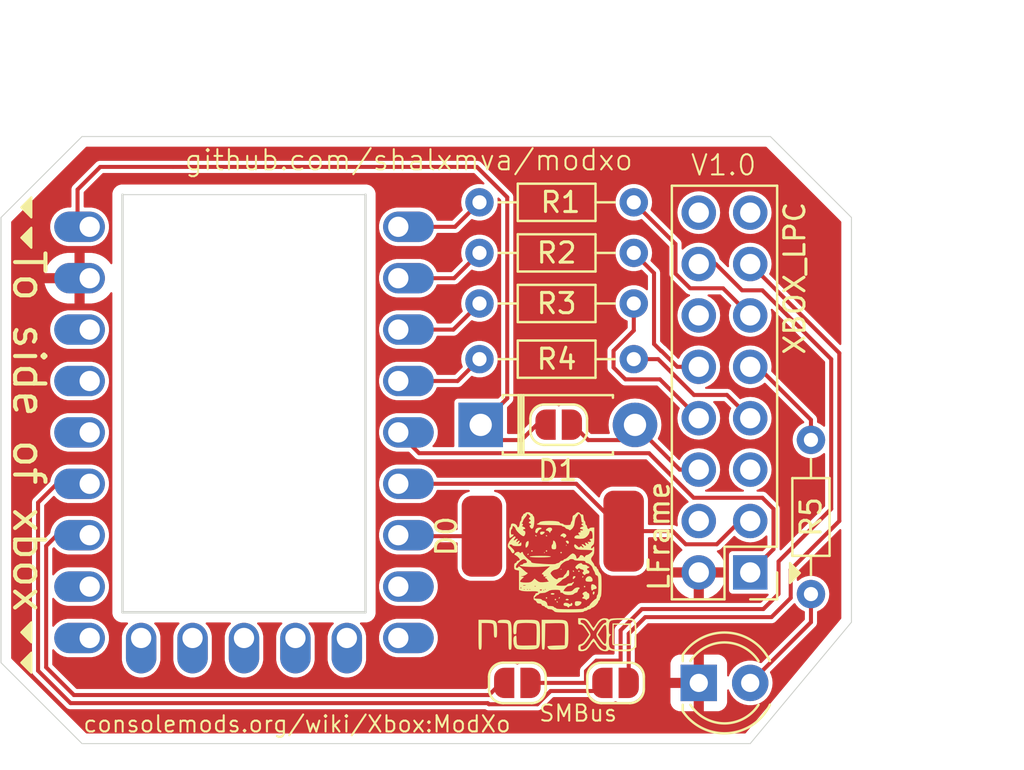
<source format=kicad_pcb>
(kicad_pcb (version 20240108) (generator "pcbnew") (generator_version "8.0")
  (title_block (title "Unofficial RP2040-Zero ModXo adapter") (date "2024-08-03") (rev "1.0") (company "Open Source (GNU-GPL V3.0)"))
  (layers (0 "F.Cu" signal) (31 "B.Cu" signal) (34 "B.Paste" user) (35 "F.Paste" user) (36 "B.SilkS" user "B.Silkscreen") (37 "F.SilkS" user "F.Silkscreen") (38 "B.Mask" user) (39 "F.Mask" user) (44 "Edge.Cuts" user))
  (net 0 "")
  (net 1 "Net-(D0-Pin_1)")
  (net 2 "Net-(D1-A)")
  (net 3 "+5V")
  (net 4 "Net-(D2-A)")
  (net 5 "GND")
  (net 6 "LFRAME")
  (net 7 "Net-(U1-0)")
  (net 8 "LAD0")
  (net 9 "Net-(U1-1)")
  (net 10 "LAD1")
  (net 11 "Net-(U1-2)")
  (net 12 "LAD2")
  (net 13 "Net-(U1-3)")
  (net 14 "LAD3")
  (net 15 "Net-(J1-3.3V-Pad9)")
  (net 16 "Net-(J1-SDA)")
  (net 17 "SDA1")
  (net 18 "Net-(J1-SCL)")
  (net 19 "SCL1")
  (net 22 "LCLK")
  (footprint "Resistor_THT:R_Axial_DIN0204_L3.6mm_D1.6mm_P7.62mm_Horizontal" (layer "F.Cu") (at 102.38 53.75)
    (property "Reference" "R1" (at 4 0 0) (layer "F.SilkS"))
    (property "Value" "100Ω" (hide yes))
    (pad "1" thru_hole circle (at 0 0) (size 1.4 1.4) (drill 0.7) (layers "*.Cu" "*.Mask") (net 7 "Net-(U1-0)"))
    (pad "2" thru_hole oval (at 7.62 0) (size 1.4 1.4) (drill 0.7) (layers "*.Cu" "*.Mask") (net 8 "LAD0"))
  )
  (footprint "xbox_lpc:SolderWirePad_1x01_SMD_2x4mm" (layer "F.Cu") (at 109.5 70)
    (property "Reference" "LFrame1" (hide yes))
    (property "Value" "LFrame" (at 1.75 0.25 90) (layer "F.SilkS"))
    (pad "1" smd roundrect (at 0 0) (size 2 4) (layers "F.Cu" "F.Paste" "F.Mask") (net 6 "LFRAME"))
  )
  (footprint "Jumper:SolderJumper-2_P1.3mm_Open_RoundedPad1.0x1.5mm" (layer "F.Cu") (at 104.25 77.5)
    (property "Reference" "JP1" (hide yes))
    (property "Value" "~" (hide yes))
    (property "Description" "SMBus" (at 3 1.5 0) (layer "F.SilkS") (effects (font (size 0.8 0.8) (thickness 0.1))))
    (pad "1" smd custom (at -0.65 0) (size 1 0.5) (layers "F.Cu" "F.Mask") (net 17 "SDA1") (options (clearance outline) (anchor rect)) (primitives (gr_circle (center 0 0.25) (end 0.5 0.25) (width 0) (fill yes)) (gr_circle (center 0 -0.25) (end 0.5 -0.25) (width 0) (fill yes)) (gr_poly (pts (xy 0.5 0.75) (xy 0 0.75) (xy 0 -0.75) (xy 0.5 -0.75)) (width 0) (fill yes))))
    (pad "2" smd custom (at 0.65 0) (size 1 0.5) (layers "F.Cu" "F.Mask") (net 16 "Net-(J1-SDA)") (options (clearance outline) (anchor rect)) (primitives (gr_circle (center 0 0.25) (end 0.5 0.25) (width 0) (fill yes)) (gr_circle (center 0 -0.25) (end 0.5 -0.25) (width 0) (fill yes)) (gr_poly (pts (xy 0 0.75) (xy -0.5 0.75) (xy -0.5 -0.75) (xy 0 -0.75)) (width 0) (fill yes))))
  )
  (footprint "Resistor_THT:R_Axial_DIN0204_L3.6mm_D1.6mm_P7.62mm_Horizontal" (layer "F.Cu") (at 102.38 58.75)
    (property "Reference" "R3" (at 3.81 0 0) (layer "F.SilkS"))
    (property "Value" "100Ω" (hide yes))
    (pad "1" thru_hole circle (at 0 0) (size 1.4 1.4) (drill 0.7) (layers "*.Cu" "*.Mask") (net 11 "Net-(U1-2)"))
    (pad "2" thru_hole oval (at 7.62 0) (size 1.4 1.4) (drill 0.7) (layers "*.Cu" "*.Mask") (net 12 "LAD2"))
  )
  (footprint "Jumper:SolderJumper-2_P1.3mm_Open_RoundedPad1.0x1.5mm" (layer "F.Cu") (at 109.1 77.5)
    (property "Reference" "JP2" (hide yes))
    (property "Value" "~" (hide yes))
    (pad "1" smd custom (at -0.65 0) (size 1 0.5) (layers "F.Cu" "F.Mask") (net 19 "SCL1") (options (clearance outline) (anchor rect)) (primitives (gr_circle (center 0 0.25) (end 0.5 0.25) (width 0) (fill yes)) (gr_circle (center 0 -0.25) (end 0.5 -0.25) (width 0) (fill yes)) (gr_poly (pts (xy 0.5 0.75) (xy 0 0.75) (xy 0 -0.75) (xy 0.5 -0.75)) (width 0) (fill yes))))
    (pad "2" smd custom (at 0.65 0) (size 1 0.5) (layers "F.Cu" "F.Mask") (net 18 "Net-(J1-SCL)") (options (clearance outline) (anchor rect)) (primitives (gr_circle (center 0 0.25) (end 0.5 0.25) (width 0) (fill yes)) (gr_circle (center 0 -0.25) (end 0.5 -0.25) (width 0) (fill yes)) (gr_poly (pts (xy 0 0.75) (xy -0.5 0.75) (xy -0.5 -0.75) (xy 0 -0.75)) (width 0) (fill yes))))
  )
  (footprint "RP2040-Zero:rp2040-zero-tht" (layer "F.Cu") (at 90.75 65.12)
    (property "Reference" "U1" (hide yes))
    (property "Value" "RP2040-Zero" (hide yes))
    (fp_line (start -6 -11.75) (end -6 8.89) (stroke (width 0.12)) (layer "Edge.Cuts"))
    (fp_line (start -6 8.89) (end 6 8.89) (stroke (width 0.12)) (layer "Edge.Cuts"))
    (fp_line (start 6 8.89) (end 6 -11.75) (stroke (width 0.12)) (layer "Edge.Cuts"))
    (pad "1" thru_hole oval (at 7.62 -10.16 180) (size 2.5 1.5) (drill 1 (offset -0.5 0)) (layers "*.Cu" "*.Mask") (net 7 "Net-(U1-0)"))
    (pad "2" thru_hole oval (at 7.62 -7.62 180) (size 2.5 1.5) (drill 1 (offset -0.5 0)) (layers "*.Cu" "*.Mask") (net 9 "Net-(U1-1)"))
    (pad "3" thru_hole oval (at 7.62 -5.08 180) (size 2.5 1.5) (drill 1 (offset -0.5 0)) (layers "*.Cu" "*.Mask") (net 11 "Net-(U1-2)"))
    (pad "4" thru_hole oval (at 7.62 -2.54 180) (size 2.5 1.5) (drill 1 (offset -0.5 0)) (layers "*.Cu" "*.Mask") (net 13 "Net-(U1-3)"))
    (pad "5" thru_hole oval (at 7.62 0 180) (size 2.5 1.5) (drill 1 (offset -0.5 0)) (layers "*.Cu" "*.Mask") (net 22 "LCLK"))
    (pad "6" thru_hole oval (at 7.62 2.54 180) (size 2.5 1.5) (drill 1 (offset -0.5 0)) (layers "*.Cu" "*.Mask") (net 6 "LFRAME"))
    (pad "7" thru_hole oval (at 7.62 5.08 180) (size 2.5 1.5) (drill 1 (offset -0.5 0)) (layers "*.Cu" "*.Mask") (net 1 "Net-(D0-Pin_1)"))
    (pad "8" thru_hole oval (at 7.62 7.62 180) (size 2.5 1.5) (drill 1 (offset -0.5 0)) (layers "*.Cu" "*.Mask"))
    (pad "9" thru_hole oval (at 7.62 10.16 180) (size 2.5 1.5) (drill 1 (offset -0.5 0)) (layers "*.Cu" "*.Mask"))
    (pad "10" thru_hole oval (at 5.08 10.16 90) (size 2.5 1.5) (drill 1 (offset -0.5 0)) (layers "*.Cu" "*.Mask"))
    (pad "11" thru_hole oval (at 2.54 10.16 90) (size 2.5 1.5) (drill 1 (offset -0.5 0)) (layers "*.Cu" "*.Mask"))
    (pad "12" thru_hole oval (at 0 10.16 90) (size 2.5 1.5) (drill 1 (offset -0.5 0)) (layers "*.Cu" "*.Mask"))
    (pad "13" thru_hole oval (at -2.54 10.16 90) (size 2.5 1.5) (drill 1 (offset -0.5 0)) (layers "*.Cu" "*.Mask"))
    (pad "14" thru_hole oval (at -5.08 10.16 90) (size 2.5 1.5) (drill 1 (offset -0.5 0)) (layers "*.Cu" "*.Mask"))
    (pad "15" thru_hole oval (at -7.62 10.16) (size 2.5 1.5) (drill 1 (offset -0.5 0)) (layers "*.Cu" "*.Mask"))
    (pad "16" thru_hole oval (at -7.62 7.62) (size 2.5 1.5) (drill 1 (offset -0.5 0)) (layers "*.Cu" "*.Mask"))
    (pad "17" thru_hole oval (at -7.62 5.08) (size 2.5 1.5) (drill 1 (offset -0.5 0)) (layers "*.Cu" "*.Mask") (net 17 "SDA1"))
    (pad "18" thru_hole oval (at -7.62 2.54) (size 2.5 1.5) (drill 1 (offset -0.5 0)) (layers "*.Cu" "*.Mask") (net 19 "SCL1"))
    (pad "19" thru_hole oval (at -7.62 0) (size 2.5 1.5) (drill 1 (offset -0.5 0)) (layers "*.Cu" "*.Mask"))
    (pad "20" thru_hole oval (at -7.62 -2.54) (size 2.5 1.5) (drill 1 (offset -0.5 0)) (layers "*.Cu" "*.Mask"))
    (pad "21" thru_hole oval (at -7.62 -5.08) (size 2.5 1.5) (drill 1 (offset -0.5 0)) (layers "*.Cu" "*.Mask"))
    (pad "22" thru_hole oval (at -7.62 -7.62) (size 2.5 1.5) (drill 1 (offset -0.5 0)) (layers "*.Cu" "*.Mask") (net 5 "GND"))
    (pad "23" thru_hole oval (at -7.62 -10.16) (size 2.5 1.5) (drill 1 (offset -0.5 0)) (layers "*.Cu" "*.Mask") (net 3 "+5V"))
  )
  (footprint "Jumper:SolderJumper-2_P1.3mm_Open_RoundedPad1.0x1.5mm" (layer "F.Cu") (at 106.292535 64.7385)
    (property "Reference" "JP3" (hide yes))
    (property "Value" "~")
    (pad "1" smd custom (at -0.65 0) (size 1 0.5) (layers "F.Cu" "F.Mask") (net 3 "+5V") (options (clearance outline) (anchor rect)) (primitives (gr_circle (center 0 0.25) (end 0.5 0.25) (width 0) (fill yes)) (gr_circle (center 0 -0.25) (end 0.5 -0.25) (width 0) (fill yes)) (gr_poly (pts (xy 0.5 0.75) (xy 0 0.75) (xy 0 -0.75) (xy 0.5 -0.75)) (width 0) (fill yes))))
    (pad "2" smd custom (at 0.65 0) (size 1 0.5) (layers "F.Cu" "F.Mask") (net 2 "Net-(D1-A)") (options (clearance outline) (anchor rect)) (primitives (gr_circle (center 0 0.25) (end 0.5 0.25) (width 0) (fill yes)) (gr_circle (center 0 -0.25) (end 0.5 -0.25) (width 0) (fill yes)) (gr_poly (pts (xy 0 0.75) (xy -0.5 0.75) (xy -0.5 -0.75) (xy 0 -0.75)) (width 0) (fill yes))))
  )
  (footprint "xbox_lpc:XBOX_LPC" (layer "F.Cu") (at 115.71 72.07)
    (property "Reference" "J1" (hide yes))
    (property "Value" "XBOX_LPC" (at 2.24 -14.57 90) (layer "F.SilkS"))
    (pad "1" thru_hole rect (at 0.04 -0.03) (size 1.7 1.7) (drill 1) (layers "*.Cu" "*.Mask") (net 22 "LCLK"))
    (pad "2" thru_hole oval (at -2.5 -0.03) (size 1.7 1.7) (drill 1) (layers "*.Cu" "*.Mask") (net 5 "GND"))
    (pad "3" thru_hole oval (at 0.04 -2.57) (size 1.7 1.7) (drill 1) (layers "*.Cu" "*.Mask") (net 6 "LFRAME"))
    (pad "4" thru_hole oval (at -2.5 -2.57) (size 1.7 1.7) (drill 1) (layers "*.Cu" "*.Mask"))
    (pad "5" thru_hole oval (at 0.04 -5.11) (size 1.7 1.7) (drill 1) (layers "*.Cu" "*.Mask"))
    (pad "6" thru_hole oval (at -2.5 -5.11) (size 1.7 1.7) (drill 1) (layers "*.Cu" "*.Mask") (net 2 "Net-(D1-A)"))
    (pad "7" thru_hole oval (at 0.04 -7.65) (size 1.7 1.7) (drill 1) (layers "*.Cu" "*.Mask") (net 14 "LAD3"))
    (pad "8" thru_hole oval (at -2.5 -7.65) (size 1.7 1.7) (drill 1) (layers "*.Cu" "*.Mask") (net 12 "LAD2"))
    (pad "9" thru_hole oval (at 0.04 -10.19) (size 1.7 1.7) (drill 1) (layers "*.Cu" "*.Mask") (net 15 "Net-(J1-3.3V-Pad9)"))
    (pad "10" thru_hole oval (at -2.5 -10.19) (size 1.7 1.7) (drill 1) (layers "*.Cu" "*.Mask") (net 10 "LAD1"))
    (pad "11" thru_hole oval (at 0.04 -12.73) (size 1.7 1.7) (drill 1) (layers "*.Cu" "*.Mask") (net 8 "LAD0"))
    (pad "12" thru_hole oval (at -2.5 -12.73) (size 1.7 1.7) (drill 1) (layers "*.Cu" "*.Mask"))
    (pad "13" thru_hole oval (at 0.04 -15.27) (size 1.7 1.7) (drill 1) (layers "*.Cu" "*.Mask") (net 18 "Net-(J1-SCL)"))
    (pad "14" thru_hole oval (at -2.5 -15.27) (size 1.7 1.7) (drill 1) (layers "*.Cu" "*.Mask") (net 16 "Net-(J1-SDA)"))
    (pad "15" thru_hole oval (at 0.04 -17.81) (size 1.7 1.7) (drill 1) (layers "*.Cu" "*.Mask"))
    (pad "16" thru_hole oval (at -2.5 -17.81) (size 1.7 1.7) (drill 1) (layers "*.Cu" "*.Mask"))
  )
  (footprint "Resistor_THT:R_Axial_DIN0204_L3.6mm_D1.6mm_P7.62mm_Horizontal" (layer "F.Cu") (at 118.75 65.49 -90)
    (property "Reference" "R5" (at 3.81 0 90) (layer "F.SilkS"))
    (property "Value" "1kΩ")
    (pad "1" thru_hole circle (at 0 0 270) (size 1.4 1.4) (drill 0.7) (layers "*.Cu" "*.Mask") (net 15 "Net-(J1-3.3V-Pad9)"))
    (pad "2" thru_hole oval (at 7.62 0 270) (size 1.4 1.4) (drill 0.7) (layers "*.Cu" "*.Mask") (net 4 "Net-(D2-A)"))
  )
  (footprint "LOGO" (layer "F.Cu") (at 106.25 72.5)
    (property "Reference" "G***" (hide yes))
    (property "Value" "LOGO" (hide yes))
  )
  (footprint "xbox_lpc:SolderWirePad_1x01_SMD_2x4mm" (layer "F.Cu") (at 102.5 70.25)
    (property "Reference" "D0" (at -1.75 0 -90) (layer "F.SilkS"))
    (property "Value" "D0")
    (pad "1" smd roundrect (at 0 0) (size 2 4) (layers "F.Cu" "F.Paste" "F.Mask") (net 1 "Net-(D0-Pin_1)"))
  )
  (footprint "LED_THT:LED_D4.0mm" (layer "F.Cu") (at 113.21 77.5)
    (property "Reference" "D2" (hide yes))
    (property "Value" "LED")
    (pad "1" thru_hole rect (at 0 0) (size 1.8 1.8) (drill 0.9) (layers "*.Cu" "*.Mask") (net 5 "GND"))
    (pad "2" thru_hole circle (at 2.54 0) (size 1.8 1.8) (drill 0.9) (layers "*.Cu" "*.Mask") (net 4 "Net-(D2-A)"))
  )
  (footprint "Resistor_THT:R_Axial_DIN0204_L3.6mm_D1.6mm_P7.62mm_Horizontal" (layer "F.Cu") (at 102.38 56.25)
    (property "Reference" "R2" (at 3.81 0 0) (layer "F.SilkS"))
    (property "Value" "100Ω" (hide yes))
    (pad "1" thru_hole circle (at 0 0) (size 1.4 1.4) (drill 0.7) (layers "*.Cu" "*.Mask") (net 9 "Net-(U1-1)"))
    (pad "2" thru_hole oval (at 7.62 0) (size 1.4 1.4) (drill 0.7) (layers "*.Cu" "*.Mask") (net 10 "LAD1"))
  )
  (footprint "Resistor_THT:R_Axial_DIN0204_L3.6mm_D1.6mm_P7.62mm_Horizontal" (layer "F.Cu") (at 102.38 61.5)
    (property "Reference" "R4" (at 3.81 0 0) (layer "F.SilkS"))
    (property "Value" "100Ω" (hide yes))
    (pad "1" thru_hole circle (at 0 0) (size 1.4 1.4) (drill 0.7) (layers "*.Cu" "*.Mask") (net 13 "Net-(U1-3)"))
    (pad "2" thru_hole oval (at 7.62 0) (size 1.4 1.4) (drill 0.7) (layers "*.Cu" "*.Mask") (net 14 "LAD3"))
  )
  (footprint "Diode_THT:D_DO-41_SOD81_P7.62mm_Horizontal" (layer "F.Cu") (at 102.44 64.75)
    (property "Reference" "D1" (at 3.81 2.25 0) (layer "F.SilkS"))
    (property "Value" "D_Schottky" (hide yes))
    (pad "1" thru_hole rect (at 0 0) (size 2.2 2.2) (drill 1.1) (layers "*.Cu" "*.Mask") (net 3 "+5V"))
    (pad "2" thru_hole oval (at 7.62 0) (size 2.2 2.2) (drill 1.1) (layers "*.Cu" "*.Mask") (net 2 "Net-(D1-A)"))
  )
  (gr_poly (pts (xy 80.25 55) (xy 80.25 56) (xy 79.75 55.5)) (stroke (width 0.1)) (fill solid) (layer "F.SilkS"))
  (gr_poly (pts (xy 80.25 74.5) (xy 80.25 75.5) (xy 79.75 75)) (stroke (width 0.1)) (fill solid) (layer "F.SilkS"))
  (gr_poly (pts (xy 80.25 76) (xy 80.25 77) (xy 79.75 76.5)) (stroke (width 0.1)) (fill solid) (layer "F.SilkS"))
  (gr_poly (pts (xy 80.25 53.5) (xy 80.25 54.5) (xy 79.75 54)) (stroke (width 0.1)) (fill solid) (layer "F.SilkS"))
  (gr_line (start 78.75 54.5) (end 82.75 50.5) (stroke (width 0.05)) (layer "Edge.Cuts"))
  (gr_line (start 82.75 80.5) (end 78.75 76.5) (stroke (width 0.05)) (layer "Edge.Cuts"))
  (gr_line (start 120.75 74.5) (end 120.75 54.5) (stroke (width 0.05)) (layer "Edge.Cuts"))
  (gr_line (start 84.75 53.37) (end 96.75 53.37) (stroke (width 0.05)) (layer "Edge.Cuts"))
  (gr_line (start 78.75 76.5) (end 78.75 54.5) (stroke (width 0.05)) (layer "Edge.Cuts"))
  (gr_line (start 120.75 74.5) (end 115.75 80.5) (stroke (width 0.05)) (layer "Edge.Cuts"))
  (gr_line (start 115.75 80.5) (end 82.75 80.5) (stroke (width 0.05)) (layer "Edge.Cuts"))
  (gr_line (start 120.75 54.5) (end 116.75 50.5) (stroke (width 0.05)) (layer "Edge.Cuts"))
  (gr_line (start 116.75 50.5) (end 82.75 50.5) (stroke (width 0.05)) (layer "Edge.Cuts"))
  (gr_text "To side of xbox" (at 79.25 56 270) (layer "F.SilkS") (effects (font (size 1.5 1.5) (thickness 0.2)) (justify left bottom)))
  (gr_text "V${REVISION}" (at 112.75 52.5 0) (layer "F.SilkS") (effects (font (size 1 1) (thickness 0.1)) (justify left bottom)))
  (gr_text "consolemods.org/wiki/Xbox:ModXo" (at 82.75 80 0) (layer "F.SilkS") (effects (font (size 0.8 0.8) (thickness 0.1)) (justify left bottom)))
  (gr_text "github.com/shalxmva/modxo" (at 87.75 52.25 0) (layer "F.SilkS") (effects (font (size 1 1) (thickness 0.1)) (justify left bottom)))
  (segment (start 102.5 70.25) (end 98.42 70.25) (width 0.2) (layer "F.Cu") (net 1))
  (segment (start 98.42 70.25) (end 98.37 70.2) (width 0.2) (layer "F.Cu") (net 1))
  (segment (start 107.75 65.5) (end 106.75 64.5) (width 0.2) (layer "F.Cu") (net 2))
  (segment (start 109.31 65.5) (end 107.75 65.5) (width 0.2) (layer "F.Cu") (net 2))
  (segment (start 112.67 67.5) (end 113.21 66.96) (width 0.2) (layer "F.Cu") (net 2))
  (segment (start 112.27 66.96) (end 113.21 66.96) (width 0.2) (layer "F.Cu") (net 2))
  (segment (start 110.06 64.75) (end 109.31 65.5) (width 0.2) (layer "F.Cu") (net 2))
  (segment (start 110.06 64.75) (end 112.27 66.96) (width 0.2) (layer "F.Cu") (net 2))
  (segment (start 103.75 53.5) (end 102.25 52) (width 0.2) (layer "F.Cu") (net 3))
  (segment (start 103.19 65.5) (end 102.44 64.75) (width 0.2) (layer "F.Cu") (net 3))
  (segment (start 87.25 52) (end 83.651472 52) (width 0.2) (layer "F.Cu") (net 3))
  (segment (start 103.75 63.44) (end 103.75 53.5) (width 0.2) (layer "F.Cu") (net 3))
  (segment (start 104.45 65.5) (end 103.19 65.5) (width 0.2) (layer "F.Cu") (net 3))
  (segment (start 82.53 54.36) (end 83.13 54.96) (width 0.2) (layer "F.Cu") (net 3))
  (segment (start 102.25 52) (end 87.25 52) (width 0.2) (layer "F.Cu") (net 3))
  (segment (start 83.651472 52) (end 82.53 53.121472) (width 0.2) (layer "F.Cu") (net 3))
  (segment (start 82.53 53.121472) (end 82.53 54.36) (width 0.2) (layer "F.Cu") (net 3))
  (segment (start 105.45 64.5) (end 104.45 65.5) (width 0.2) (layer "F.Cu") (net 3))
  (segment (start 102.44 64.75) (end 103.75 63.44) (width 0.2) (layer "F.Cu") (net 3))
  (segment (start 115.75 77.5) (end 118.75 74.5) (width 0.2) (layer "F.Cu") (net 4))
  (segment (start 118.75 74.5) (end 118.75 73.11) (width 0.2) (layer "F.Cu") (net 4))
  (segment (start 109.5 70) (end 107.16 67.66) (width 0.2) (layer "F.Cu") (net 6))
  (segment (start 115.75 69.5) (end 115.25 69.5) (width 0.2) (layer "F.Cu") (net 6))
  (segment (start 107.16 67.66) (end 98.37 67.66) (width 0.2) (layer "F.Cu") (net 6))
  (segment (start 111.916827 70) (end 109.5 70) (width 0.2) (layer "F.Cu") (net 6))
  (segment (start 112.566827 70.65) (end 111.916827 70) (width 0.2) (layer "F.Cu") (net 6))
  (segment (start 114.1 70.65) (end 112.566827 70.65) (width 0.2) (layer "F.Cu") (net 6))
  (segment (start 115.25 69.5) (end 114.1 70.65) (width 0.2) (layer "F.Cu") (net 6))
  (segment (start 102.38 53.75) (end 101.17 54.96) (width 0.2) (layer "F.Cu") (net 7))
  (segment (start 101.17 54.96) (end 98.37 54.96) (width 0.2) (layer "F.Cu") (net 7))
  (segment (start 112.06 55.81) (end 112.06 57.276346) (width 0.2) (layer "F.Cu") (net 8))
  (segment (start 112.06 57.276346) (end 112.783654 58) (width 0.2) (layer "F.Cu") (net 8))
  (segment (start 114.41 58) (end 115.75 59.34) (width 0.2) (layer "F.Cu") (net 8))
  (segment (start 110 53.75) (end 112.06 55.81) (width 0.2) (layer "F.Cu") (net 8))
  (segment (start 112.783654 58) (end 114.41 58) (width 0.2) (layer "F.Cu") (net 8))
  (segment (start 101.13 57.5) (end 98.37 57.5) (width 0.2) (layer "F.Cu") (net 9))
  (segment (start 102.38 56.25) (end 101.13 57.5) (width 0.2) (layer "F.Cu") (net 9))
  (segment (start 111 60.75) (end 111.35 61.1) (width 0.2) (layer "F.Cu") (net 10))
  (segment (start 111.36934 61.1) (end 112.14934 61.88) (width 0.2) (layer "F.Cu") (net 10))
  (segment (start 110 56.25) (end 111 57.25) (width 0.2) (layer "F.Cu") (net 10))
  (segment (start 111.35 61.1) (end 111.36934 61.1) (width 0.2) (layer "F.Cu") (net 10))
  (segment (start 112.14934 61.88) (end 113.21 61.88) (width 0.2) (layer "F.Cu") (net 10))
  (segment (start 111 57.25) (end 111 60.75) (width 0.2) (layer "F.Cu") (net 10))
  (segment (start 102.38 58.75) (end 101.09 60.04) (width 0.2) (layer "F.Cu") (net 11))
  (segment (start 101.09 60.04) (end 98.37 60.04) (width 0.2) (layer "F.Cu") (net 11))
  (segment (start 109 61.085786) (end 110 60.085786) (width 0.2) (layer "F.Cu") (net 12))
  (segment (start 111.29 62.5) (end 109.585786 62.5) (width 0.2) (layer "F.Cu") (net 12))
  (segment (start 110 60.085786) (end 110 58.75) (width 0.2) (layer "F.Cu") (net 12))
  (segment (start 109 61.914214) (end 109 61.085786) (width 0.2) (layer "F.Cu") (net 12))
  (segment (start 113.21 64.42) (end 111.29 62.5) (width 0.2) (layer "F.Cu") (net 12))
  (segment (start 109.585786 62.5) (end 109 61.914214) (width 0.2) (layer "F.Cu") (net 12))
  (segment (start 101.3 62.58) (end 98.37 62.58) (width 0.2) (layer "F.Cu") (net 13))
  (segment (start 102.38 61.5) (end 101.3 62.58) (width 0.2) (layer "F.Cu") (net 13))
  (segment (start 112.973654 63.27) (end 114.6 63.27) (width 0.2) (layer "F.Cu") (net 14))
  (segment (start 110 61.5) (end 111.203654 61.5) (width 0.2) (layer "F.Cu") (net 14))
  (segment (start 111.203654 61.5) (end 112.973654 63.27) (width 0.2) (layer "F.Cu") (net 14))
  (segment (start 114.6 63.27) (end 115.75 64.42) (width 0.2) (layer "F.Cu") (net 14))
  (segment (start 116.13 61.88) (end 115.75 61.88) (width 0.2) (layer "F.Cu") (net 15))
  (segment (start 118.75 64.5) (end 116.13 61.88) (width 0.2) (layer "F.Cu") (net 15))
  (segment (start 118.75 65.49) (end 118.75 64.5) (width 0.2) (layer "F.Cu") (net 15))
  (segment (start 119.75 68.9) (end 119.75 61.5) (width 0.2) (layer "F.Cu") (net 16))
  (segment (start 117.15 71.5) (end 119.75 68.9) (width 0.2) (layer "F.Cu") (net 16))
  (segment (start 107.639909 76.916214) (end 108.156123 76.4) (width 0.2) (layer "F.Cu") (net 16))
  (segment (start 116.35 58.1) (end 115.35 58.1) (width 0.2) (layer "F.Cu") (net 16))
  (segment (start 110.4 73.85) (end 116.4 73.85) (width 0.2) (layer "F.Cu") (net 16))
  (segment (start 109.35 74.9) (end 110.4 73.85) (width 0.2) (layer "F.Cu") (net 16))
  (segment (start 115.35 58.1) (end 114.05 56.8) (width 0.2) (layer "F.Cu") (net 16))
  (segment (start 104.75 77.5) (end 107.639909 77.5) (width 0.2) (layer "F.Cu") (net 16))
  (segment (start 117.15 73.1) (end 117.15 71.5) (width 0.2) (layer "F.Cu") (net 16))
  (segment (start 108.156123 76.4) (end 109.35 76.4) (width 0.2) (layer "F.Cu") (net 16))
  (segment (start 116.4 73.85) (end 117.15 73.1) (width 0.2) (layer "F.Cu") (net 16))
  (segment (start 109.35 76.4) (end 109.35 74.9) (width 0.2) (layer "F.Cu") (net 16))
  (segment (start 107.639909 77.5) (end 107.639909 76.916214) (width 0.2) (layer "F.Cu") (net 16))
  (segment (start 119.75 61.5) (end 116.35 58.1) (width 0.2) (layer "F.Cu") (net 16))
  (segment (start 114.05 56.8) (end 113.21 56.8) (width 0.2) (layer "F.Cu") (net 16))
  (segment (start 103.45 77.5) (end 102.85 78.1) (width 0.2) (layer "F.Cu") (net 17))
  (segment (start 82.35 78.1) (end 80.98 76.73) (width 0.2) (layer "F.Cu") (net 17))
  (segment (start 80.98 76.73) (end 80.98 70.73) (width 0.2) (layer "F.Cu") (net 17))
  (segment (start 102.85 78.1) (end 82.35 78.1) (width 0.2) (layer "F.Cu") (net 17))
  (segment (start 80.98 70.73) (end 81.51 70.2) (width 0.2) (layer "F.Cu") (net 17))
  (segment (start 116.8 74.25) (end 117.75 73.3) (width 0.2) (layer "F.Cu") (net 18))
  (segment (start 110.565686 74.25) (end 116.8 74.25) (width 0.2) (layer "F.Cu") (net 18))
  (segment (start 120.15 69.5) (end 120.15 61.2) (width 0.2) (layer "F.Cu") (net 18))
  (segment (start 120.15 61.2) (end 115.75 56.8) (width 0.2) (layer "F.Cu") (net 18))
  (segment (start 117.75 71.9) (end 120.15 69.5) (width 0.2) (layer "F.Cu") (net 18))
  (segment (start 109.75 77.5) (end 109.75 75.065686) (width 0.2) (layer "F.Cu") (net 18))
  (segment (start 109.75 75.065686) (end 110.565686 74.25) (width 0.2) (layer "F.Cu") (net 18))
  (segment (start 117.75 73.3) (end 117.75 71.9) (width 0.2) (layer "F.Cu") (net 18))
  (segment (start 105.893877 77.9) (end 108.05 77.9) (width 0.2) (layer "F.Cu") (net 19))
  (segment (start 102.844909 78.555) (end 105.238877 78.555) (width 0.2) (layer "F.Cu") (net 19))
  (segment (start 102.789909 78.5) (end 102.844909 78.555) (width 0.2) (layer "F.Cu") (net 19))
  (segment (start 80.58 76.895686) (end 82.184314 78.5) (width 0.2) (layer "F.Cu") (net 19))
  (segment (start 105.238877 78.555) (end 105.893877 77.9) (width 0.2) (layer "F.Cu") (net 19))
  (segment (start 82.184314 78.5) (end 102.789909 78.5) (width 0.2) (layer "F.Cu") (net 19))
  (segment (start 81.51 67.66) (end 80.58 68.59) (width 0.2) (layer "F.Cu") (net 19))
  (segment (start 108.05 77.9) (end 108.45 77.5) (width 0.2) (layer "F.Cu") (net 19))
  (segment (start 80.58 68.59) (end 80.58 76.895686) (width 0.2) (layer "F.Cu") (net 19))
  (segment (start 98.37 65.12) (end 99.4 66.15) (width 0.2) (layer "F.Cu") (net 22))
  (segment (start 99.4 66.15) (end 110.754314 66.15) (width 0.2) (layer "F.Cu") (net 22))
  (segment (start 116.35 68.35) (end 116.9 68.9) (width 0.2) (layer "F.Cu") (net 22))
  (segment (start 116.9 68.9) (end 116.9 70.89) (width 0.2) (layer "F.Cu") (net 22))
  (segment (start 110.754314 66.15) (end 112.954314 68.35) (width 0.2) (layer "F.Cu") (net 22))
  (segment (start 112.954314 68.35) (end 116.35 68.35) (width 0.2) (layer "F.Cu") (net 22))
  (segment (start 116.9 70.89) (end 115.75 72.04) (width 0.2) (layer "F.Cu") (net 22))
  (zone (net 5) (net_name "GND") (layer "F.Cu") (connect_pads (clearance 0.2)) (min_thickness 0.1) (fill yes (thermal_gap 0.5) (thermal_bridge_width 0.5))
    (polygon (pts (xy 120.75 54.5) (xy 120.75 74.5) (xy 115.75 80.5) (xy 82.75 80.5) (xy 78.75 76.5) (xy 78.75 54.5) (xy 82.75 50.5) (xy 116.75 50.5)))
  )
)
</source>
